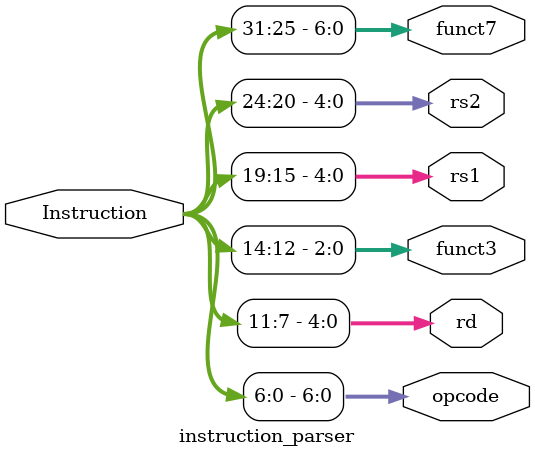
<source format=v>
`timescale 1ns / 1ps

module instruction_parser(
    input [31:0] Instruction, output [6:0] opcode, output [4:0] rd,
    output [2:0] funct3, output [4:0] rs1, output [4:0] rs2, output [6:0] funct7
    );
    
    assign opcode = Instruction[6:0];
    assign rd = Instruction[11:7];
    assign funct3 = Instruction[14:12];
    assign rs1 = Instruction[19:15];
    assign rs2 = Instruction[24:20];
    assign funct7 = Instruction[31:25];
endmodule
</source>
